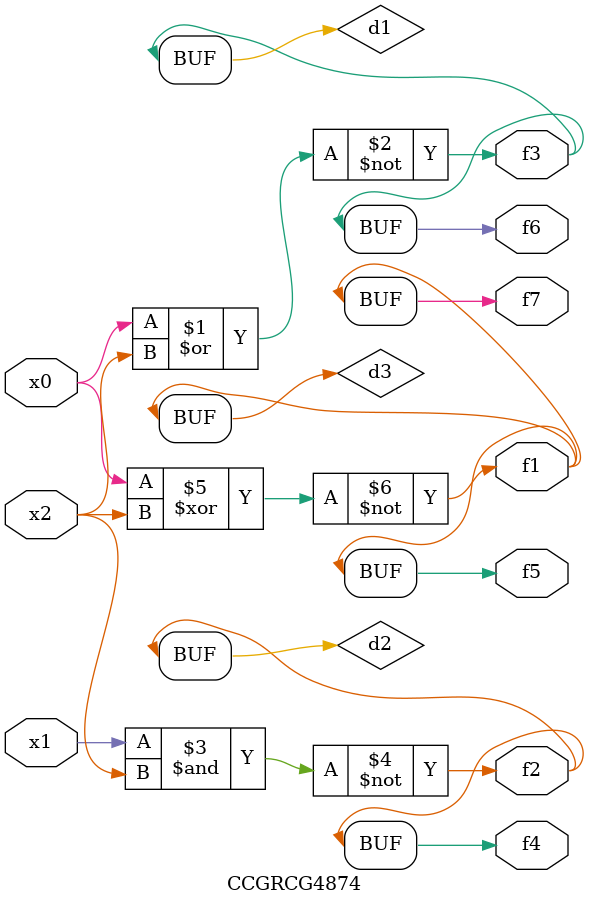
<source format=v>
module CCGRCG4874(
	input x0, x1, x2,
	output f1, f2, f3, f4, f5, f6, f7
);

	wire d1, d2, d3;

	nor (d1, x0, x2);
	nand (d2, x1, x2);
	xnor (d3, x0, x2);
	assign f1 = d3;
	assign f2 = d2;
	assign f3 = d1;
	assign f4 = d2;
	assign f5 = d3;
	assign f6 = d1;
	assign f7 = d3;
endmodule

</source>
